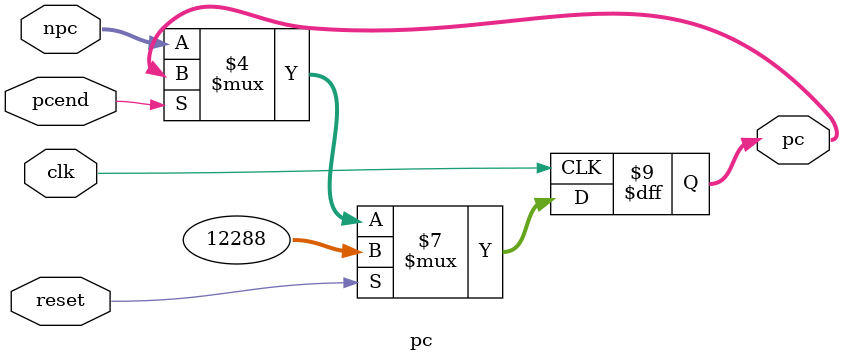
<source format=v>
`timescale 1ns / 1ps
module pc(
    input clk,
    input reset,
    input [31:0] npc,
	 input pcend,
    output reg [31:0] pc
    );
	 
	 initial begin
		pc<=32'h0000_3000;
	 end
	 
	 always@(posedge clk) begin
		if(reset) begin
			pc<=32'h0000_3000;
		end
		else begin
			if(pcend) begin
				pc<=pc;
			end
			else begin
				pc<=npc;
			end
		end
	
	 end


endmodule

</source>
